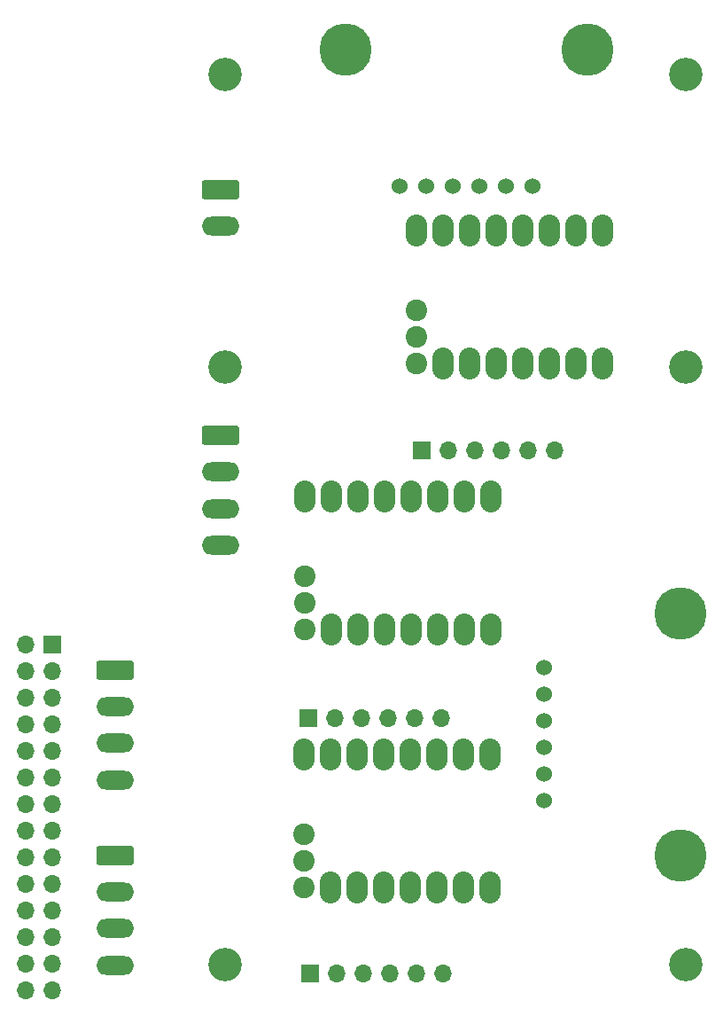
<source format=gbr>
G04 #@! TF.GenerationSoftware,KiCad,Pcbnew,5.99.0-unknown-14cba9723f~116~ubuntu18.04.1*
G04 #@! TF.CreationDate,2021-02-18T14:39:48+01:00*
G04 #@! TF.ProjectId,Uni_stick,556e695f-7374-4696-936b-2e6b69636164,rev?*
G04 #@! TF.SameCoordinates,Original*
G04 #@! TF.FileFunction,Soldermask,Bot*
G04 #@! TF.FilePolarity,Negative*
%FSLAX46Y46*%
G04 Gerber Fmt 4.6, Leading zero omitted, Abs format (unit mm)*
G04 Created by KiCad (PCBNEW 5.99.0-unknown-14cba9723f~116~ubuntu18.04.1) date 2021-02-18 14:39:48*
%MOMM*%
%LPD*%
G01*
G04 APERTURE LIST*
G04 Aperture macros list*
%AMRoundRect*
0 Rectangle with rounded corners*
0 $1 Rounding radius*
0 $2 $3 $4 $5 $6 $7 $8 $9 X,Y pos of 4 corners*
0 Add a 4 corners polygon primitive as box body*
4,1,4,$2,$3,$4,$5,$6,$7,$8,$9,$2,$3,0*
0 Add four circle primitives for the rounded corners*
1,1,$1+$1,$2,$3*
1,1,$1+$1,$4,$5*
1,1,$1+$1,$6,$7*
1,1,$1+$1,$8,$9*
0 Add four rect primitives between the rounded corners*
20,1,$1+$1,$2,$3,$4,$5,0*
20,1,$1+$1,$4,$5,$6,$7,0*
20,1,$1+$1,$6,$7,$8,$9,0*
20,1,$1+$1,$8,$9,$2,$3,0*%
G04 Aperture macros list end*
%ADD10R,1.700000X1.700000*%
%ADD11O,1.700000X1.700000*%
%ADD12C,3.200000*%
%ADD13C,5.000000*%
%ADD14C,1.524000*%
%ADD15RoundRect,0.250000X-1.550000X0.650000X-1.550000X-0.650000X1.550000X-0.650000X1.550000X0.650000X0*%
%ADD16O,3.600000X1.800000*%
%ADD17O,2.032000X3.048000*%
%ADD18C,2.057400*%
G04 APERTURE END LIST*
D10*
X116800000Y-77900000D03*
D11*
X119340000Y-77900000D03*
X121880000Y-77900000D03*
X124420000Y-77900000D03*
X126960000Y-77900000D03*
X129500000Y-77900000D03*
D12*
X98000000Y-42000000D03*
X142000000Y-42000000D03*
D13*
X109495000Y-39700000D03*
X132605000Y-39700000D03*
D14*
X114700000Y-52700000D03*
X117240000Y-52700000D03*
X119780000Y-52700000D03*
X122320000Y-52700000D03*
X124860000Y-52700000D03*
X127400000Y-52700000D03*
D12*
X142000000Y-127000000D03*
X98000000Y-127000000D03*
D10*
X106100000Y-127900000D03*
D11*
X108640000Y-127900000D03*
X111180000Y-127900000D03*
X113720000Y-127900000D03*
X116260000Y-127900000D03*
X118800000Y-127900000D03*
D10*
X106000000Y-103500000D03*
D11*
X108540000Y-103500000D03*
X111080000Y-103500000D03*
X113620000Y-103500000D03*
X116160000Y-103500000D03*
X118700000Y-103500000D03*
D15*
X87500000Y-98900000D03*
D16*
X87500000Y-102400000D03*
X87500000Y-105900000D03*
X87500000Y-109400000D03*
D12*
X98000000Y-70000000D03*
D15*
X87500000Y-116600000D03*
D16*
X87500000Y-120100000D03*
X87500000Y-123600000D03*
X87500000Y-127100000D03*
D17*
X134090000Y-56950000D03*
X131550000Y-56950000D03*
X129010000Y-56950000D03*
X126470000Y-56950000D03*
X123930000Y-56950000D03*
X121390000Y-56950000D03*
X118850000Y-56950000D03*
X116310000Y-56950000D03*
X134090000Y-69650000D03*
X131550000Y-69650000D03*
X129010000Y-69650000D03*
X126470000Y-69650000D03*
X123930000Y-69650000D03*
X121390000Y-69650000D03*
X118850000Y-69650000D03*
D18*
X116310000Y-69650000D03*
X116310000Y-64570000D03*
X116310000Y-67110000D03*
D13*
X141500000Y-116605000D03*
X141500000Y-93495000D03*
D14*
X128500000Y-98700000D03*
X128500000Y-101240000D03*
X128500000Y-103780000D03*
X128500000Y-106320000D03*
X128500000Y-108860000D03*
X128500000Y-111400000D03*
D12*
X142000000Y-70000000D03*
D17*
X123290000Y-106950000D03*
X120750000Y-106950000D03*
X118210000Y-106950000D03*
X115670000Y-106950000D03*
X113130000Y-106950000D03*
X110590000Y-106950000D03*
X108050000Y-106950000D03*
X105510000Y-106950000D03*
X123290000Y-119650000D03*
X120750000Y-119650000D03*
X118210000Y-119650000D03*
X115670000Y-119650000D03*
X113130000Y-119650000D03*
X110590000Y-119650000D03*
X108050000Y-119650000D03*
D18*
X105510000Y-119650000D03*
X105510000Y-114570000D03*
X105510000Y-117110000D03*
D15*
X97600000Y-53000000D03*
D16*
X97600000Y-56500000D03*
D17*
X123390000Y-82350000D03*
X120850000Y-82350000D03*
X118310000Y-82350000D03*
X115770000Y-82350000D03*
X113230000Y-82350000D03*
X110690000Y-82350000D03*
X108150000Y-82350000D03*
X105610000Y-82350000D03*
X123390000Y-95050000D03*
X120850000Y-95050000D03*
X118310000Y-95050000D03*
X115770000Y-95050000D03*
X113230000Y-95050000D03*
X110690000Y-95050000D03*
X108150000Y-95050000D03*
D18*
X105610000Y-95050000D03*
X105610000Y-89970000D03*
X105610000Y-92510000D03*
D15*
X97600000Y-76500000D03*
D16*
X97600000Y-80000000D03*
X97600000Y-83500000D03*
X97600000Y-87000000D03*
D10*
X81540000Y-96510000D03*
D11*
X79000000Y-96510000D03*
X81540000Y-99050000D03*
X79000000Y-99050000D03*
X81540000Y-101590000D03*
X79000000Y-101590000D03*
X81540000Y-104130000D03*
X79000000Y-104130000D03*
X81540000Y-106670000D03*
X79000000Y-106670000D03*
X81540000Y-109210000D03*
X79000000Y-109210000D03*
X81540000Y-111750000D03*
X79000000Y-111750000D03*
X81540000Y-114290000D03*
X79000000Y-114290000D03*
X81540000Y-116830000D03*
X79000000Y-116830000D03*
X81540000Y-119370000D03*
X79000000Y-119370000D03*
X81540000Y-121910000D03*
X79000000Y-121910000D03*
X81540000Y-124450000D03*
X79000000Y-124450000D03*
X81540000Y-126990000D03*
X79000000Y-126990000D03*
X81540000Y-129530000D03*
X79000000Y-129530000D03*
M02*

</source>
